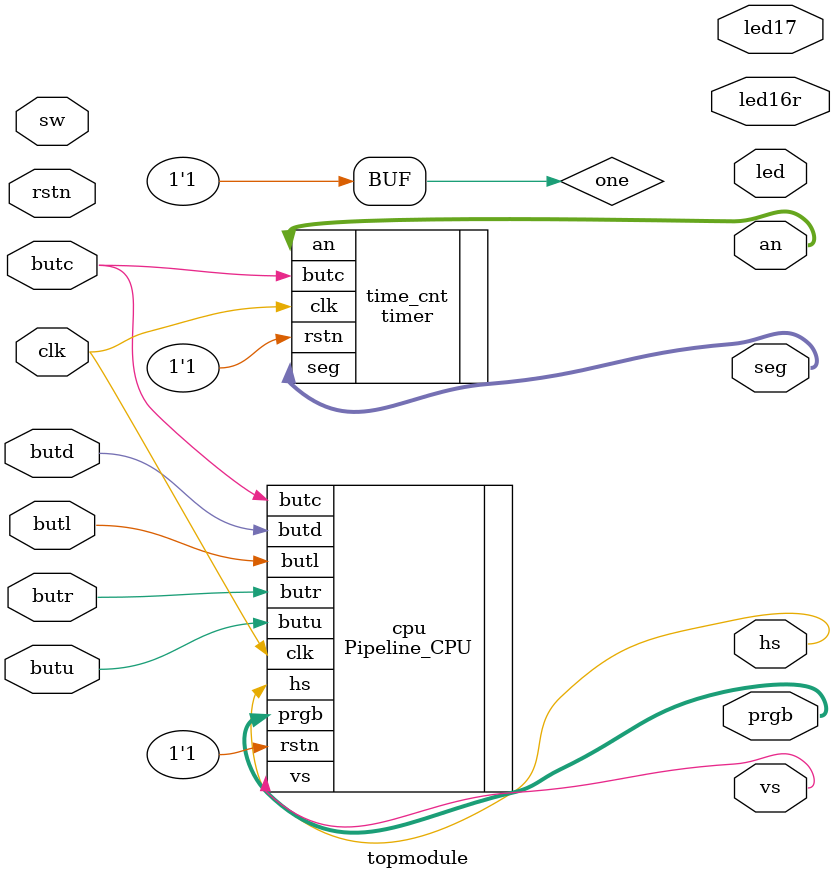
<source format=v>
`timescale 1ns / 1ps


module topmodule(
    input clk,	
    input rstn,	    //cpu_resetn

    // Input: buttons and switches
    input butu, 	//btnu
    input butd,	    //btnd
    input butr,	    //btnr
    input butc,	    //btnc
    input butl,	    //btnl
    input [15:0] sw,	//sw15-0

    // Output: leds and segments
    output led16r, 		
    output [15:0] led,	    //led15-0
    output [7:0] an,		//an7-0
    output [6:0] seg,		//ca-cg 
    output [2:0] led17, 	    //led17

    // Screen
    output [11:0] prgb,
    output hs,
    output vs
);

reg one;
initial begin
    one <= 1'b1;
end

//IO_BUS
wire [15:0] io_addr;
wire [31:0] io_dout;
wire io_we;
wire io_rd;
wire [31:0] io_din;

//Debug_BUS
wire [31:0] if_pc, id_pc;
wire [15:0] chk_addr;
wire [31:0] chk_data;

wire pdu_run;
wire cpu_stop;
wire pdu_rstn;
wire [31:0] pdu_breakpoint;

// // PDU
// PDU_v2 pdu(
//     .clk(clk),	//clk100mhz
//     .rstn(rstn),

//     .butu(butu),        //btnu
//     .butd(butd),	    //btnd
//     .butr(butr),	        //btnr
//     .butc(butc),	    //btnc
//     .butl(butl),	        //btnl
//     .sw(sw),	        //sw15-0

//     .stop(led16r), 		//led16r
//     .led(led),	        //led15-0
//     .an(an),		    //an7-0
//     .seg(seg),		    //ca-cg 
//     .seg_sel(led17), 	//led17

//     // CTRL_BUS
//     .pdu_rstn(pdu_rstn),
//     .pdu_breakpoint(pdu_breakpoint),      
//     .pdu_run(pdu_run),           
//     .cpu_stop(cpu_stop),           

//     //IO_BUS
//     .io_addr(io_addr),
//     .io_dout(io_dout),
//     .io_we(io_we),		
//     .io_rd(io_rd),	
//     .io_din(io_din),	

//     //Debug_BUS
//     .chk_if_pc(if_pc), 	
//     .chk_id_pc(id_pc), 	    
//     .chk_addr(chk_addr),	
//     .chk_data(chk_data)    
// );


Pipeline_CPU cpu(
    // cpu control form PDU
    .clk(clk), 
    .rstn(1'b1),

    // outside signals
    .butc(butc),
    .butu(butu),
    .butl(butl),
    .butd(butd),
    .butr(butr),

    .prgb(prgb),
    .hs(hs), 
    .vs(vs)
);

timer time_cnt(
    .clk(clk),
    .rstn(1'b1),
    .butc(butc),      // when 1, then timer clear
    .an(an),    // Connecting segments display
    .seg(seg)    // Connecting segments display
);




endmodule

</source>
